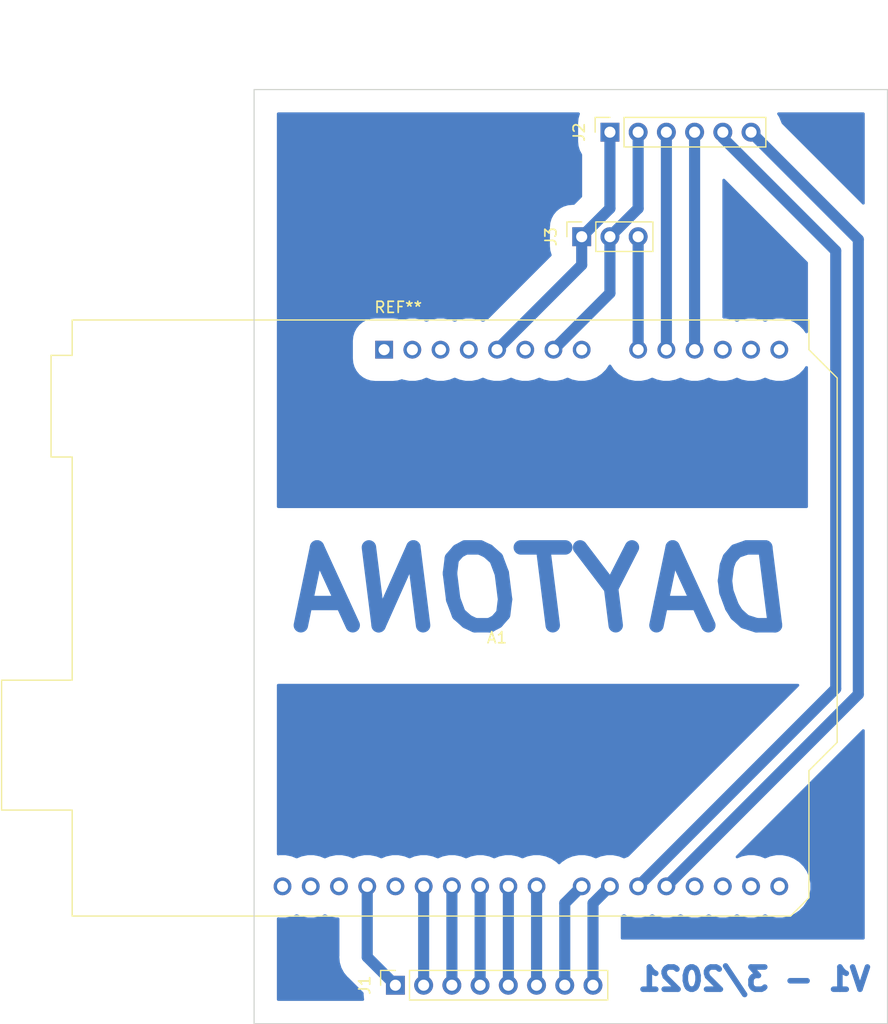
<source format=kicad_pcb>
(kicad_pcb (version 20171130) (host pcbnew "(5.1.7)-1")

  (general
    (thickness 1.6)
    (drawings 6)
    (tracks 34)
    (zones 0)
    (modules 4)
    (nets 33)
  )

  (page A4)
  (layers
    (0 F.Cu signal)
    (31 B.Cu signal)
    (32 B.Adhes user)
    (33 F.Adhes user)
    (34 B.Paste user)
    (35 F.Paste user)
    (36 B.SilkS user)
    (37 F.SilkS user)
    (38 B.Mask user)
    (39 F.Mask user)
    (40 Dwgs.User user)
    (41 Cmts.User user)
    (42 Eco1.User user)
    (43 Eco2.User user)
    (44 Edge.Cuts user)
    (45 Margin user)
    (46 B.CrtYd user)
    (47 F.CrtYd user)
    (48 B.Fab user)
    (49 F.Fab user)
  )

  (setup
    (last_trace_width 1)
    (trace_clearance 0.2)
    (zone_clearance 2)
    (zone_45_only no)
    (trace_min 0.2)
    (via_size 0.8)
    (via_drill 0.4)
    (via_min_size 0.4)
    (via_min_drill 0.3)
    (uvia_size 0.3)
    (uvia_drill 0.1)
    (uvias_allowed no)
    (uvia_min_size 0.2)
    (uvia_min_drill 0.1)
    (edge_width 0.05)
    (segment_width 0.2)
    (pcb_text_width 0.3)
    (pcb_text_size 1.5 1.5)
    (mod_edge_width 0.12)
    (mod_text_size 1 1)
    (mod_text_width 0.15)
    (pad_size 1.524 1.524)
    (pad_drill 0.762)
    (pad_to_mask_clearance 0)
    (aux_axis_origin 0 0)
    (visible_elements 7FFFFFFF)
    (pcbplotparams
      (layerselection 0x010fc_ffffffff)
      (usegerberextensions false)
      (usegerberattributes true)
      (usegerberadvancedattributes true)
      (creategerberjobfile true)
      (excludeedgelayer true)
      (linewidth 0.100000)
      (plotframeref false)
      (viasonmask false)
      (mode 1)
      (useauxorigin false)
      (hpglpennumber 1)
      (hpglpenspeed 20)
      (hpglpendiameter 15.000000)
      (psnegative false)
      (psa4output false)
      (plotreference true)
      (plotvalue true)
      (plotinvisibletext false)
      (padsonsilk false)
      (subtractmaskfromsilk false)
      (outputformat 1)
      (mirror false)
      (drillshape 1)
      (scaleselection 1)
      (outputdirectory ""))
  )

  (net 0 "")
  (net 1 "Net-(A1-Pad16)")
  (net 2 "Net-(A1-Pad15)")
  (net 3 "Net-(A1-Pad30)")
  (net 4 "Net-(A1-Pad14)")
  (net 5 "Net-(A1-Pad29)")
  (net 6 "Net-(A1-Pad13)")
  (net 7 "Net-(A1-Pad28)")
  (net 8 "Net-(A1-Pad12)")
  (net 9 "Net-(A1-Pad27)")
  (net 10 "Net-(A1-Pad11)")
  (net 11 "Net-(A1-Pad26)")
  (net 12 "Net-(A1-Pad10)")
  (net 13 "Net-(A1-Pad25)")
  (net 14 "Net-(A1-Pad9)")
  (net 15 "Net-(A1-Pad24)")
  (net 16 "Net-(A1-Pad8)")
  (net 17 "Net-(A1-Pad23)")
  (net 18 "Net-(A1-Pad7)")
  (net 19 "Net-(A1-Pad22)")
  (net 20 "Net-(A1-Pad6)")
  (net 21 "Net-(A1-Pad21)")
  (net 22 "Net-(A1-Pad5)")
  (net 23 "Net-(A1-Pad20)")
  (net 24 "Net-(A1-Pad4)")
  (net 25 "Net-(A1-Pad19)")
  (net 26 "Net-(A1-Pad3)")
  (net 27 "Net-(A1-Pad18)")
  (net 28 "Net-(A1-Pad2)")
  (net 29 "Net-(A1-Pad17)")
  (net 30 "Net-(A1-Pad1)")
  (net 31 "Net-(A1-Pad31)")
  (net 32 "Net-(A1-Pad32)")

  (net_class Default "This is the default net class."
    (clearance 0.2)
    (trace_width 1)
    (via_dia 0.8)
    (via_drill 0.4)
    (uvia_dia 0.3)
    (uvia_drill 0.1)
    (add_net "Net-(A1-Pad1)")
    (add_net "Net-(A1-Pad10)")
    (add_net "Net-(A1-Pad11)")
    (add_net "Net-(A1-Pad12)")
    (add_net "Net-(A1-Pad13)")
    (add_net "Net-(A1-Pad14)")
    (add_net "Net-(A1-Pad15)")
    (add_net "Net-(A1-Pad16)")
    (add_net "Net-(A1-Pad17)")
    (add_net "Net-(A1-Pad18)")
    (add_net "Net-(A1-Pad19)")
    (add_net "Net-(A1-Pad2)")
    (add_net "Net-(A1-Pad20)")
    (add_net "Net-(A1-Pad21)")
    (add_net "Net-(A1-Pad22)")
    (add_net "Net-(A1-Pad23)")
    (add_net "Net-(A1-Pad24)")
    (add_net "Net-(A1-Pad25)")
    (add_net "Net-(A1-Pad26)")
    (add_net "Net-(A1-Pad27)")
    (add_net "Net-(A1-Pad28)")
    (add_net "Net-(A1-Pad29)")
    (add_net "Net-(A1-Pad3)")
    (add_net "Net-(A1-Pad30)")
    (add_net "Net-(A1-Pad31)")
    (add_net "Net-(A1-Pad32)")
    (add_net "Net-(A1-Pad4)")
    (add_net "Net-(A1-Pad5)")
    (add_net "Net-(A1-Pad6)")
    (add_net "Net-(A1-Pad7)")
    (add_net "Net-(A1-Pad8)")
    (add_net "Net-(A1-Pad9)")
  )

  (module luqas11:Arduino_Leonardo_WithFemaleSockets (layer F.Cu) (tedit 5FF5FCEA) (tstamp 5FF672E5)
    (at 149.86 97.79)
    (path /5FF63410)
    (fp_text reference A1 (at 0 0.5) (layer F.SilkS)
      (effects (font (size 1 1) (thickness 0.15)))
    )
    (fp_text value Arduino_Leonardo (at 0 -0.5) (layer F.Fab)
      (effects (font (size 1 1) (thickness 0.15)))
    )
    (fp_line (start 26.42 25.4) (end -38.1 25.4) (layer F.Fab) (width 0.1))
    (fp_line (start 30.73 -22.86) (end 30.73 9.91) (layer F.CrtYd) (width 0.05))
    (fp_line (start 28.19 -25.4) (end 30.73 -22.86) (layer F.CrtYd) (width 0.05))
    (fp_line (start 28.19 -28.19) (end 28.19 -25.4) (layer F.CrtYd) (width 0.05))
    (fp_line (start 30.61 -22.86) (end 28.07 -25.4) (layer F.SilkS) (width 0.12))
    (fp_line (start 27.94 -25.4) (end 30.48 -22.86) (layer F.Fab) (width 0.1))
    (fp_line (start -38.1 25.4) (end -38.1 -27.94) (layer F.Fab) (width 0.1))
    (fp_line (start -40.13 -24.89) (end -40.13 -15.75) (layer F.SilkS) (width 0.12))
    (fp_line (start -44.7 16.13) (end -44.7 4.19) (layer F.CrtYd) (width 0.05))
    (fp_line (start -38.35 25.65) (end -38.35 16.13) (layer F.CrtYd) (width 0.05))
    (fp_line (start -40.26 -15.62) (end -40.26 -25.02) (layer F.CrtYd) (width 0.05))
    (fp_line (start -40.26 -25.02) (end -38.35 -25.02) (layer F.CrtYd) (width 0.05))
    (fp_line (start 27.94 -27.94) (end 27.94 -25.4) (layer F.Fab) (width 0.1))
    (fp_line (start -44.45 4.44) (end -28.57 4.44) (layer F.Fab) (width 0.1))
    (fp_line (start 28.07 -28.07) (end -38.23 -28.07) (layer F.SilkS) (width 0.12))
    (fp_line (start 30.48 9.91) (end 27.94 12.45) (layer F.Fab) (width 0.1))
    (fp_line (start -28.57 15.87) (end -44.45 15.87) (layer F.Fab) (width 0.1))
    (fp_line (start -44.7 4.19) (end -38.35 4.19) (layer F.CrtYd) (width 0.05))
    (fp_line (start 28.07 23.88) (end 28.07 12.45) (layer F.SilkS) (width 0.12))
    (fp_line (start -44.58 4.32) (end -44.58 16) (layer F.SilkS) (width 0.12))
    (fp_line (start 28.19 23.88) (end 26.42 25.65) (layer F.CrtYd) (width 0.05))
    (fp_line (start -28.57 4.44) (end -28.57 15.87) (layer F.Fab) (width 0.1))
    (fp_line (start 27.94 12.45) (end 27.94 23.88) (layer F.Fab) (width 0.1))
    (fp_line (start -38.23 16) (end -38.23 25.53) (layer F.SilkS) (width 0.12))
    (fp_line (start -26.67 -15.87) (end -40 -15.87) (layer F.Fab) (width 0.1))
    (fp_line (start -40.13 -15.75) (end -38.23 -15.75) (layer F.SilkS) (width 0.12))
    (fp_line (start -38.35 4.19) (end -38.35 -15.62) (layer F.CrtYd) (width 0.05))
    (fp_line (start -44.58 16) (end -38.23 16) (layer F.SilkS) (width 0.12))
    (fp_line (start 28.19 12.45) (end 28.19 23.88) (layer F.CrtYd) (width 0.05))
    (fp_line (start 30.48 -22.86) (end 30.48 9.91) (layer F.Fab) (width 0.1))
    (fp_line (start 26.42 25.53) (end 28.07 23.88) (layer F.SilkS) (width 0.12))
    (fp_line (start 28.07 12.45) (end 30.61 9.91) (layer F.SilkS) (width 0.12))
    (fp_line (start -38.23 25.53) (end 26.42 25.53) (layer F.SilkS) (width 0.12))
    (fp_line (start -40 -24.76) (end -26.67 -24.76) (layer F.Fab) (width 0.1))
    (fp_line (start 27.94 23.88) (end 26.42 25.4) (layer F.Fab) (width 0.1))
    (fp_line (start -40 -15.87) (end -40 -24.76) (layer F.Fab) (width 0.1))
    (fp_line (start -26.67 -24.76) (end -26.67 -15.87) (layer F.Fab) (width 0.1))
    (fp_line (start -38.23 -24.89) (end -40.13 -24.89) (layer F.SilkS) (width 0.12))
    (fp_line (start 30.61 9.91) (end 30.61 -22.86) (layer F.SilkS) (width 0.12))
    (fp_line (start -38.35 -28.19) (end 28.19 -28.19) (layer F.CrtYd) (width 0.05))
    (fp_line (start -38.35 -25.02) (end -38.35 -28.19) (layer F.CrtYd) (width 0.05))
    (fp_line (start 30.73 9.91) (end 28.19 12.45) (layer F.CrtYd) (width 0.05))
    (fp_line (start -38.23 4.32) (end -44.58 4.32) (layer F.SilkS) (width 0.12))
    (fp_line (start -38.23 -15.75) (end -38.23 4.32) (layer F.SilkS) (width 0.12))
    (fp_line (start 28.07 -25.4) (end 28.07 -28.07) (layer F.SilkS) (width 0.12))
    (fp_line (start -38.35 -15.62) (end -40.26 -15.62) (layer F.CrtYd) (width 0.05))
    (fp_line (start -44.45 15.87) (end -44.45 4.44) (layer F.Fab) (width 0.1))
    (fp_line (start -38.35 16.13) (end -44.7 16.13) (layer F.CrtYd) (width 0.05))
    (fp_line (start -38.23 -28.07) (end -38.23 -24.89) (layer F.SilkS) (width 0.12))
    (fp_line (start -38.1 -27.94) (end 27.94 -27.94) (layer F.Fab) (width 0.1))
    (fp_line (start 26.42 25.65) (end -38.35 25.65) (layer F.CrtYd) (width 0.05))
    (fp_text user REF** (at -8.89 -29.21 180) (layer F.SilkS)
      (effects (font (size 1 1) (thickness 0.15)))
    )
    (fp_text user Arduino_UNO_R3 (at -10.16 -2.54) (layer F.Fab)
      (effects (font (size 1 1) (thickness 0.15)))
    )
    (fp_text user %R (at -10.16 -5.08 180) (layer F.Fab)
      (effects (font (size 1 1) (thickness 0.15)))
    )
    (pad 11 thru_hole oval (at 17.78 -25.4 90) (size 1.6 1.6) (drill 1) (layers *.Cu *.Mask)
      (net 10 "Net-(A1-Pad11)"))
    (pad 12 thru_hole oval (at 20.32 -25.4 90) (size 1.6 1.6) (drill 1) (layers *.Cu *.Mask)
      (net 8 "Net-(A1-Pad12)"))
    (pad 30 thru_hole oval (at -14.22 22.86 90) (size 1.6 1.6) (drill 1) (layers *.Cu *.Mask)
      (net 3 "Net-(A1-Pad30)"))
    (pad 6 thru_hole oval (at 2.54 -25.4 90) (size 1.6 1.6) (drill 1) (layers *.Cu *.Mask)
      (net 20 "Net-(A1-Pad6)"))
    (pad 16 thru_hole oval (at 22.86 22.86 90) (size 1.6 1.6) (drill 1) (layers *.Cu *.Mask)
      (net 1 "Net-(A1-Pad16)"))
    (pad 26 thru_hole oval (at -4.06 22.86 90) (size 1.6 1.6) (drill 1) (layers *.Cu *.Mask)
      (net 11 "Net-(A1-Pad26)"))
    (pad 19 thru_hole oval (at 15.24 22.86 90) (size 1.6 1.6) (drill 1) (layers *.Cu *.Mask)
      (net 25 "Net-(A1-Pad19)"))
    (pad 27 thru_hole oval (at -6.6 22.86 90) (size 1.6 1.6) (drill 1) (layers *.Cu *.Mask)
      (net 9 "Net-(A1-Pad27)"))
    (pad 8 thru_hole oval (at 7.62 -25.4 90) (size 1.6 1.6) (drill 1) (layers *.Cu *.Mask)
      (net 16 "Net-(A1-Pad8)"))
    (pad 5 thru_hole oval (at 0 -25.4 90) (size 1.6 1.6) (drill 1) (layers *.Cu *.Mask)
      (net 22 "Net-(A1-Pad5)"))
    (pad 24 thru_hole oval (at 1.02 22.86 90) (size 1.6 1.6) (drill 1) (layers *.Cu *.Mask)
      (net 15 "Net-(A1-Pad24)"))
    (pad 10 thru_hole oval (at 15.24 -25.4 90) (size 1.6 1.6) (drill 1) (layers *.Cu *.Mask)
      (net 12 "Net-(A1-Pad10)"))
    (pad 28 thru_hole oval (at -9.14 22.86 90) (size 1.6 1.6) (drill 1) (layers *.Cu *.Mask)
      (net 7 "Net-(A1-Pad28)"))
    (pad 17 thru_hole oval (at 20.32 22.86 90) (size 1.6 1.6) (drill 1) (layers *.Cu *.Mask)
      (net 29 "Net-(A1-Pad17)"))
    (pad 13 thru_hole oval (at 22.86 -25.4 90) (size 1.6 1.6) (drill 1) (layers *.Cu *.Mask)
      (net 6 "Net-(A1-Pad13)"))
    (pad 25 thru_hole oval (at -1.52 22.86 90) (size 1.6 1.6) (drill 1) (layers *.Cu *.Mask)
      (net 13 "Net-(A1-Pad25)"))
    (pad 3 thru_hole oval (at -5.08 -25.4 90) (size 1.6 1.6) (drill 1) (layers *.Cu *.Mask)
      (net 26 "Net-(A1-Pad3)"))
    (pad 4 thru_hole oval (at -2.54 -25.4 90) (size 1.6 1.6) (drill 1) (layers *.Cu *.Mask)
      (net 24 "Net-(A1-Pad4)"))
    (pad 29 thru_hole oval (at -11.68 22.86 90) (size 1.6 1.6) (drill 1) (layers *.Cu *.Mask)
      (net 5 "Net-(A1-Pad29)"))
    (pad 14 thru_hole oval (at 25.4 -25.4 90) (size 1.6 1.6) (drill 1) (layers *.Cu *.Mask)
      (net 4 "Net-(A1-Pad14)"))
    (pad 15 thru_hole oval (at 25.4 22.86 90) (size 1.6 1.6) (drill 1) (layers *.Cu *.Mask)
      (net 2 "Net-(A1-Pad15)"))
    (pad 31 thru_hole oval (at -16.76 22.86 90) (size 1.6 1.6) (drill 1) (layers *.Cu *.Mask)
      (net 31 "Net-(A1-Pad31)"))
    (pad 1 thru_hole rect (at -10.16 -25.4 90) (size 1.6 1.6) (drill 1) (layers *.Cu *.Mask)
      (net 30 "Net-(A1-Pad1)"))
    (pad 2 thru_hole oval (at -7.62 -25.4 90) (size 1.6 1.6) (drill 1) (layers *.Cu *.Mask)
      (net 28 "Net-(A1-Pad2)"))
    (pad 18 thru_hole oval (at 17.78 22.86 90) (size 1.6 1.6) (drill 1) (layers *.Cu *.Mask)
      (net 27 "Net-(A1-Pad18)"))
    (pad 21 thru_hole oval (at 10.16 22.86 90) (size 1.6 1.6) (drill 1) (layers *.Cu *.Mask)
      (net 21 "Net-(A1-Pad21)"))
    (pad 22 thru_hole oval (at 7.62 22.86 90) (size 1.6 1.6) (drill 1) (layers *.Cu *.Mask)
      (net 19 "Net-(A1-Pad22)"))
    (pad 7 thru_hole oval (at 5.08 -25.4 90) (size 1.6 1.6) (drill 1) (layers *.Cu *.Mask)
      (net 18 "Net-(A1-Pad7)"))
    (pad 23 thru_hole oval (at 3.56 22.86 90) (size 1.6 1.6) (drill 1) (layers *.Cu *.Mask)
      (net 17 "Net-(A1-Pad23)"))
    (pad 9 thru_hole oval (at 12.7 -25.4 90) (size 1.6 1.6) (drill 1) (layers *.Cu *.Mask)
      (net 14 "Net-(A1-Pad9)"))
    (pad 32 thru_hole oval (at -19.3 22.86 90) (size 1.6 1.6) (drill 1) (layers *.Cu *.Mask)
      (net 32 "Net-(A1-Pad32)"))
    (pad 20 thru_hole oval (at 12.7 22.86 90) (size 1.6 1.6) (drill 1) (layers *.Cu *.Mask)
      (net 23 "Net-(A1-Pad20)"))
    (model ${KISYS3DMOD}/Connector_PinHeader_2.54mm.3dshapes/PinHeader_1x10_P2.54mm_Vertical.step
      (offset (xyz 3.5 -23 0))
      (scale (xyz 1 1 1))
      (rotate (xyz 0 0 90))
    )
    (model ${KISYS3DMOD}/Connector_PinHeader_2.54mm.3dshapes/PinHeader_1x08_P2.54mm_Vertical.step
      (offset (xyz 25.5 -23 0))
      (scale (xyz 1 1 1))
      (rotate (xyz 0 0 90))
    )
    (model ${KISYS3DMOD}/Connector_PinHeader_2.54mm.3dshapes/PinHeader_1x08_P2.54mm_Vertical.step
      (offset (xyz 7.5 25.5 0))
      (scale (xyz 1 1 1))
      (rotate (xyz 0 0 90))
    )
    (model ${KISYS3DMOD}/Connector_PinHeader_2.54mm.3dshapes/PinHeader_1x06_P2.54mm_Vertical.step
      (offset (xyz 25.5 25.5 0))
      (scale (xyz 1 1 1))
      (rotate (xyz 0 0 90))
    )
  )

  (module Connector_PinSocket_2.54mm:PinSocket_1x06_P2.54mm_Vertical (layer F.Cu) (tedit 5A19A430) (tstamp 5FF90A58)
    (at 160.02 52.832 90)
    (descr "Through hole straight socket strip, 1x06, 2.54mm pitch, single row (from Kicad 4.0.7), script generated")
    (tags "Through hole socket strip THT 1x06 2.54mm single row")
    (path /5FF600FF)
    (fp_text reference J2 (at 0 -2.77 90) (layer F.SilkS)
      (effects (font (size 1 1) (thickness 0.15)))
    )
    (fp_text value Pedales+Velocimetro+Monedas (at 0 15.47 90) (layer F.Fab)
      (effects (font (size 1 1) (thickness 0.15)))
    )
    (fp_line (start -1.27 -1.27) (end 0.635 -1.27) (layer F.Fab) (width 0.1))
    (fp_line (start 0.635 -1.27) (end 1.27 -0.635) (layer F.Fab) (width 0.1))
    (fp_line (start 1.27 -0.635) (end 1.27 13.97) (layer F.Fab) (width 0.1))
    (fp_line (start 1.27 13.97) (end -1.27 13.97) (layer F.Fab) (width 0.1))
    (fp_line (start -1.27 13.97) (end -1.27 -1.27) (layer F.Fab) (width 0.1))
    (fp_line (start -1.33 1.27) (end 1.33 1.27) (layer F.SilkS) (width 0.12))
    (fp_line (start -1.33 1.27) (end -1.33 14.03) (layer F.SilkS) (width 0.12))
    (fp_line (start -1.33 14.03) (end 1.33 14.03) (layer F.SilkS) (width 0.12))
    (fp_line (start 1.33 1.27) (end 1.33 14.03) (layer F.SilkS) (width 0.12))
    (fp_line (start 1.33 -1.33) (end 1.33 0) (layer F.SilkS) (width 0.12))
    (fp_line (start 0 -1.33) (end 1.33 -1.33) (layer F.SilkS) (width 0.12))
    (fp_line (start -1.8 -1.8) (end 1.75 -1.8) (layer F.CrtYd) (width 0.05))
    (fp_line (start 1.75 -1.8) (end 1.75 14.45) (layer F.CrtYd) (width 0.05))
    (fp_line (start 1.75 14.45) (end -1.8 14.45) (layer F.CrtYd) (width 0.05))
    (fp_line (start -1.8 14.45) (end -1.8 -1.8) (layer F.CrtYd) (width 0.05))
    (fp_text user %R (at 0 6.35) (layer F.Fab)
      (effects (font (size 1 1) (thickness 0.15)))
    )
    (pad 6 thru_hole oval (at 0 12.7 90) (size 1.7 1.7) (drill 1) (layers *.Cu *.Mask)
      (net 25 "Net-(A1-Pad19)"))
    (pad 5 thru_hole oval (at 0 10.16 90) (size 1.7 1.7) (drill 1) (layers *.Cu *.Mask)
      (net 23 "Net-(A1-Pad20)"))
    (pad 4 thru_hole oval (at 0 7.62 90) (size 1.7 1.7) (drill 1) (layers *.Cu *.Mask)
      (net 10 "Net-(A1-Pad11)"))
    (pad 3 thru_hole oval (at 0 5.08 90) (size 1.7 1.7) (drill 1) (layers *.Cu *.Mask)
      (net 12 "Net-(A1-Pad10)"))
    (pad 2 thru_hole oval (at 0 2.54 90) (size 1.7 1.7) (drill 1) (layers *.Cu *.Mask)
      (net 18 "Net-(A1-Pad7)"))
    (pad 1 thru_hole rect (at 0 0 90) (size 1.7 1.7) (drill 1) (layers *.Cu *.Mask)
      (net 22 "Net-(A1-Pad5)"))
    (model ${KISYS3DMOD}/Connector_PinSocket_2.54mm.3dshapes/PinSocket_1x06_P2.54mm_Vertical.wrl
      (at (xyz 0 0 0))
      (scale (xyz 1 1 1))
      (rotate (xyz 0 0 0))
    )
  )

  (module Connector_PinSocket_2.54mm:PinSocket_1x08_P2.54mm_Vertical (layer F.Cu) (tedit 5A19A420) (tstamp 5FF90A3E)
    (at 140.716 129.54 90)
    (descr "Through hole straight socket strip, 1x08, 2.54mm pitch, single row (from Kicad 4.0.7), script generated")
    (tags "Through hole socket strip THT 1x08 2.54mm single row")
    (path /5FF5F938)
    (fp_text reference J1 (at 0 -2.77 90) (layer F.SilkS)
      (effects (font (size 1 1) (thickness 0.15)))
    )
    (fp_text value Botones (at 0 20.55 90) (layer F.Fab)
      (effects (font (size 1 1) (thickness 0.15)))
    )
    (fp_line (start -1.27 -1.27) (end 0.635 -1.27) (layer F.Fab) (width 0.1))
    (fp_line (start 0.635 -1.27) (end 1.27 -0.635) (layer F.Fab) (width 0.1))
    (fp_line (start 1.27 -0.635) (end 1.27 19.05) (layer F.Fab) (width 0.1))
    (fp_line (start 1.27 19.05) (end -1.27 19.05) (layer F.Fab) (width 0.1))
    (fp_line (start -1.27 19.05) (end -1.27 -1.27) (layer F.Fab) (width 0.1))
    (fp_line (start -1.33 1.27) (end 1.33 1.27) (layer F.SilkS) (width 0.12))
    (fp_line (start -1.33 1.27) (end -1.33 19.11) (layer F.SilkS) (width 0.12))
    (fp_line (start -1.33 19.11) (end 1.33 19.11) (layer F.SilkS) (width 0.12))
    (fp_line (start 1.33 1.27) (end 1.33 19.11) (layer F.SilkS) (width 0.12))
    (fp_line (start 1.33 -1.33) (end 1.33 0) (layer F.SilkS) (width 0.12))
    (fp_line (start 0 -1.33) (end 1.33 -1.33) (layer F.SilkS) (width 0.12))
    (fp_line (start -1.8 -1.8) (end 1.75 -1.8) (layer F.CrtYd) (width 0.05))
    (fp_line (start 1.75 -1.8) (end 1.75 19.55) (layer F.CrtYd) (width 0.05))
    (fp_line (start 1.75 19.55) (end -1.8 19.55) (layer F.CrtYd) (width 0.05))
    (fp_line (start -1.8 19.55) (end -1.8 -1.8) (layer F.CrtYd) (width 0.05))
    (fp_text user %R (at 0 8.89) (layer F.Fab)
      (effects (font (size 1 1) (thickness 0.15)))
    )
    (pad 8 thru_hole oval (at 0 17.78 90) (size 1.7 1.7) (drill 1) (layers *.Cu *.Mask)
      (net 21 "Net-(A1-Pad21)"))
    (pad 7 thru_hole oval (at 0 15.24 90) (size 1.7 1.7) (drill 1) (layers *.Cu *.Mask)
      (net 19 "Net-(A1-Pad22)"))
    (pad 6 thru_hole oval (at 0 12.7 90) (size 1.7 1.7) (drill 1) (layers *.Cu *.Mask)
      (net 17 "Net-(A1-Pad23)"))
    (pad 5 thru_hole oval (at 0 10.16 90) (size 1.7 1.7) (drill 1) (layers *.Cu *.Mask)
      (net 15 "Net-(A1-Pad24)"))
    (pad 4 thru_hole oval (at 0 7.62 90) (size 1.7 1.7) (drill 1) (layers *.Cu *.Mask)
      (net 13 "Net-(A1-Pad25)"))
    (pad 3 thru_hole oval (at 0 5.08 90) (size 1.7 1.7) (drill 1) (layers *.Cu *.Mask)
      (net 11 "Net-(A1-Pad26)"))
    (pad 2 thru_hole oval (at 0 2.54 90) (size 1.7 1.7) (drill 1) (layers *.Cu *.Mask)
      (net 9 "Net-(A1-Pad27)"))
    (pad 1 thru_hole rect (at 0 0 90) (size 1.7 1.7) (drill 1) (layers *.Cu *.Mask)
      (net 5 "Net-(A1-Pad29)"))
    (model ${KISYS3DMOD}/Connector_PinSocket_2.54mm.3dshapes/PinSocket_1x08_P2.54mm_Vertical.wrl
      (at (xyz 0 0 0))
      (scale (xyz 1 1 1))
      (rotate (xyz 0 0 0))
    )
  )

  (module Connector_PinSocket_2.54mm:PinSocket_1x03_P2.54mm_Vertical (layer F.Cu) (tedit 5A19A429) (tstamp 5FF61D9B)
    (at 157.48 62.23 90)
    (descr "Through hole straight socket strip, 1x03, 2.54mm pitch, single row (from Kicad 4.0.7), script generated")
    (tags "Through hole socket strip THT 1x03 2.54mm single row")
    (path /5FF60E39)
    (fp_text reference J3 (at 0 -2.77 90) (layer F.SilkS)
      (effects (font (size 1 1) (thickness 0.15)))
    )
    (fp_text value Volante (at 0 7.85 90) (layer F.Fab)
      (effects (font (size 1 1) (thickness 0.15)))
    )
    (fp_line (start -1.27 -1.27) (end 0.635 -1.27) (layer F.Fab) (width 0.1))
    (fp_line (start 0.635 -1.27) (end 1.27 -0.635) (layer F.Fab) (width 0.1))
    (fp_line (start 1.27 -0.635) (end 1.27 6.35) (layer F.Fab) (width 0.1))
    (fp_line (start 1.27 6.35) (end -1.27 6.35) (layer F.Fab) (width 0.1))
    (fp_line (start -1.27 6.35) (end -1.27 -1.27) (layer F.Fab) (width 0.1))
    (fp_line (start -1.33 1.27) (end 1.33 1.27) (layer F.SilkS) (width 0.12))
    (fp_line (start -1.33 1.27) (end -1.33 6.41) (layer F.SilkS) (width 0.12))
    (fp_line (start -1.33 6.41) (end 1.33 6.41) (layer F.SilkS) (width 0.12))
    (fp_line (start 1.33 1.27) (end 1.33 6.41) (layer F.SilkS) (width 0.12))
    (fp_line (start 1.33 -1.33) (end 1.33 0) (layer F.SilkS) (width 0.12))
    (fp_line (start 0 -1.33) (end 1.33 -1.33) (layer F.SilkS) (width 0.12))
    (fp_line (start -1.8 -1.8) (end 1.75 -1.8) (layer F.CrtYd) (width 0.05))
    (fp_line (start 1.75 -1.8) (end 1.75 6.85) (layer F.CrtYd) (width 0.05))
    (fp_line (start 1.75 6.85) (end -1.8 6.85) (layer F.CrtYd) (width 0.05))
    (fp_line (start -1.8 6.85) (end -1.8 -1.8) (layer F.CrtYd) (width 0.05))
    (fp_text user %R (at 0 2.54) (layer F.Fab)
      (effects (font (size 1 1) (thickness 0.15)))
    )
    (pad 3 thru_hole oval (at 0 5.08 90) (size 1.7 1.7) (drill 1) (layers *.Cu *.Mask)
      (net 14 "Net-(A1-Pad9)"))
    (pad 2 thru_hole oval (at 0 2.54 90) (size 1.7 1.7) (drill 1) (layers *.Cu *.Mask)
      (net 18 "Net-(A1-Pad7)"))
    (pad 1 thru_hole rect (at 0 0 90) (size 1.7 1.7) (drill 1) (layers *.Cu *.Mask)
      (net 22 "Net-(A1-Pad5)"))
    (model ${KISYS3DMOD}/Connector_PinSocket_2.54mm.3dshapes/PinSocket_1x03_P2.54mm_Vertical.wrl
      (at (xyz 0 0 0))
      (scale (xyz 1 1 1))
      (rotate (xyz 0 0 0))
    )
  )

  (gr_text "V1 - 3/2021" (at 173 129) (layer B.Cu)
    (effects (font (size 2 2) (thickness 0.5)) (justify mirror))
  )
  (gr_text DAYTONA (at 154 94) (layer B.Cu)
    (effects (font (size 7 7) (thickness 1.3) italic) (justify mirror))
  )
  (gr_line (start 185 49) (end 185 133) (layer Edge.Cuts) (width 0.1))
  (gr_line (start 128 49) (end 185 49) (layer Edge.Cuts) (width 0.1))
  (gr_line (start 128 133) (end 128 49) (layer Edge.Cuts) (width 0.1))
  (gr_line (start 185 133) (end 128 133) (layer Edge.Cuts) (width 0.1))

  (segment (start 138.18 127.004) (end 140.716 129.54) (width 1) (layer B.Cu) (net 5))
  (segment (start 138.18 120.65) (end 138.18 127.004) (width 1) (layer B.Cu) (net 5))
  (segment (start 143.26 129.536) (end 143.256 129.54) (width 1) (layer B.Cu) (net 9))
  (segment (start 143.26 120.65) (end 143.26 129.536) (width 1) (layer B.Cu) (net 9))
  (segment (start 167.64 53.34) (end 167.64 72.39) (width 1) (layer B.Cu) (net 10))
  (segment (start 145.8 129.536) (end 145.796 129.54) (width 1) (layer B.Cu) (net 11))
  (segment (start 145.8 120.65) (end 145.8 129.536) (width 1) (layer B.Cu) (net 11))
  (segment (start 165.1 53.34) (end 165.1 72.39) (width 1) (layer B.Cu) (net 12))
  (segment (start 148.34 129.536) (end 148.336 129.54) (width 1) (layer B.Cu) (net 13))
  (segment (start 148.34 120.65) (end 148.34 129.536) (width 1) (layer B.Cu) (net 13))
  (segment (start 162.56 62.23) (end 162.56 72.39) (width 1) (layer B.Cu) (net 14))
  (segment (start 150.88 129.536) (end 150.876 129.54) (width 1) (layer B.Cu) (net 15))
  (segment (start 150.88 120.65) (end 150.88 129.536) (width 1) (layer B.Cu) (net 15))
  (segment (start 153.42 129.536) (end 153.416 129.54) (width 1) (layer B.Cu) (net 17))
  (segment (start 153.42 120.65) (end 153.42 129.536) (width 1) (layer B.Cu) (net 17))
  (segment (start 162.56 59.69) (end 160.02 62.23) (width 1) (layer B.Cu) (net 18))
  (segment (start 162.56 53.34) (end 162.56 59.69) (width 1) (layer B.Cu) (net 18))
  (segment (start 160.02 67.31) (end 154.94 72.39) (width 1) (layer B.Cu) (net 18))
  (segment (start 160.02 62.23) (end 160.02 67.31) (width 1) (layer B.Cu) (net 18))
  (segment (start 157.48 120.65) (end 155.956 122.174) (width 1) (layer B.Cu) (net 19))
  (segment (start 155.956 122.174) (end 155.956 129.54) (width 1) (layer B.Cu) (net 19))
  (segment (start 160.02 120.65) (end 158.496 122.174) (width 1) (layer B.Cu) (net 21))
  (segment (start 158.496 122.174) (end 158.496 129.54) (width 1) (layer B.Cu) (net 21))
  (segment (start 160.02 59.69) (end 157.48 62.23) (width 1) (layer B.Cu) (net 22))
  (segment (start 160.02 53.34) (end 160.02 59.69) (width 1) (layer B.Cu) (net 22))
  (segment (start 157.48 64.77) (end 149.86 72.39) (width 1) (layer B.Cu) (net 22))
  (segment (start 157.48 62.23) (end 157.48 64.77) (width 1) (layer B.Cu) (net 22))
  (segment (start 150.179998 72.39) (end 149.86 72.39) (width 1) (layer B.Cu) (net 22))
  (segment (start 180.34 102.87) (end 162.56 120.65) (width 1) (layer B.Cu) (net 23))
  (segment (start 180.34 63.5) (end 180.34 102.87) (width 1) (layer B.Cu) (net 23))
  (segment (start 170.18 53.34) (end 180.34 63.5) (width 1) (layer B.Cu) (net 23))
  (segment (start 182.372 103.378) (end 165.1 120.65) (width 1) (layer B.Cu) (net 25))
  (segment (start 182.372 62.484) (end 182.372 103.378) (width 1) (layer B.Cu) (net 25))
  (segment (start 172.72 52.832) (end 182.372 62.484) (width 1) (layer B.Cu) (net 25))

  (zone (net 0) (net_name "") (layer B.Cu) (tstamp 0) (hatch edge 0.508)
    (connect_pads (clearance 2))
    (min_thickness 0.254)
    (fill yes (arc_segments 32) (thermal_gap 0.508) (thermal_bridge_width 0.508))
    (polygon
      (pts
        (xy 185 133) (xy 128 133) (xy 128 49) (xy 185 49)
      )
    )
    (filled_polygon
      (pts
        (xy 134.786225 123.464518) (xy 135.351716 123.577) (xy 135.553 123.577) (xy 135.553001 126.874945) (xy 135.54029 127.004)
        (xy 135.573498 127.341161) (xy 135.591012 127.518982) (xy 135.741227 128.014173) (xy 135.985162 128.470544) (xy 136.313444 128.870557)
        (xy 136.413682 128.952821) (xy 137.728709 130.267848) (xy 137.728709 130.39) (xy 137.769776 130.806965) (xy 137.77464 130.823)
        (xy 130.177 130.823) (xy 130.177 123.55816) (xy 130.271716 123.577) (xy 130.848284 123.577) (xy 131.413775 123.464518)
        (xy 131.83 123.292111) (xy 132.246225 123.464518) (xy 132.811716 123.577) (xy 133.388284 123.577) (xy 133.953775 123.464518)
        (xy 134.37 123.292111)
      )
    )
    (filled_polygon
      (pts
        (xy 182.823001 125.308) (xy 161.123 125.308) (xy 161.123 123.361285) (xy 161.29 123.292111) (xy 161.706225 123.464518)
        (xy 162.271716 123.577) (xy 162.848284 123.577) (xy 163.413775 123.464518) (xy 163.83 123.292111) (xy 164.246225 123.464518)
        (xy 164.811716 123.577) (xy 165.388284 123.577) (xy 165.953775 123.464518) (xy 166.37 123.292111) (xy 166.786225 123.464518)
        (xy 167.351716 123.577) (xy 167.928284 123.577) (xy 168.493775 123.464518) (xy 168.91 123.292111) (xy 169.326225 123.464518)
        (xy 169.891716 123.577) (xy 170.468284 123.577) (xy 171.033775 123.464518) (xy 171.45 123.292111) (xy 171.866225 123.464518)
        (xy 172.431716 123.577) (xy 173.008284 123.577) (xy 173.573775 123.464518) (xy 173.99 123.292111) (xy 174.406225 123.464518)
        (xy 174.971716 123.577) (xy 175.548284 123.577) (xy 176.113775 123.464518) (xy 176.646455 123.243874) (xy 177.125854 122.92355)
        (xy 177.53355 122.515854) (xy 177.853874 122.036455) (xy 178.074518 121.503775) (xy 178.187 120.938284) (xy 178.187 120.361716)
        (xy 178.074518 119.796225) (xy 177.853874 119.263545) (xy 177.53355 118.784146) (xy 177.125854 118.37645) (xy 176.646455 118.056126)
        (xy 176.113775 117.835482) (xy 175.548284 117.723) (xy 174.971716 117.723) (xy 174.406225 117.835482) (xy 173.99 118.007889)
        (xy 173.573775 117.835482) (xy 173.008284 117.723) (xy 172.431716 117.723) (xy 171.866225 117.835482) (xy 171.462376 118.002762)
        (xy 182.823001 106.642138)
      )
    )
    (filled_polygon
      (pts
        (xy 161.626255 117.868607) (xy 161.29 118.007889) (xy 160.873775 117.835482) (xy 160.308284 117.723) (xy 159.731716 117.723)
        (xy 159.166225 117.835482) (xy 158.75 118.007889) (xy 158.333775 117.835482) (xy 157.768284 117.723) (xy 157.191716 117.723)
        (xy 156.626225 117.835482) (xy 156.093545 118.056126) (xy 155.614146 118.37645) (xy 155.45 118.540596) (xy 155.285854 118.37645)
        (xy 154.806455 118.056126) (xy 154.273775 117.835482) (xy 153.708284 117.723) (xy 153.131716 117.723) (xy 152.566225 117.835482)
        (xy 152.15 118.007889) (xy 151.733775 117.835482) (xy 151.168284 117.723) (xy 150.591716 117.723) (xy 150.026225 117.835482)
        (xy 149.61 118.007889) (xy 149.193775 117.835482) (xy 148.628284 117.723) (xy 148.051716 117.723) (xy 147.486225 117.835482)
        (xy 147.07 118.007889) (xy 146.653775 117.835482) (xy 146.088284 117.723) (xy 145.511716 117.723) (xy 144.946225 117.835482)
        (xy 144.53 118.007889) (xy 144.113775 117.835482) (xy 143.548284 117.723) (xy 142.971716 117.723) (xy 142.406225 117.835482)
        (xy 141.99 118.007889) (xy 141.573775 117.835482) (xy 141.008284 117.723) (xy 140.431716 117.723) (xy 139.866225 117.835482)
        (xy 139.45 118.007889) (xy 139.033775 117.835482) (xy 138.468284 117.723) (xy 137.891716 117.723) (xy 137.326225 117.835482)
        (xy 136.91 118.007889) (xy 136.493775 117.835482) (xy 135.928284 117.723) (xy 135.351716 117.723) (xy 134.786225 117.835482)
        (xy 134.37 118.007889) (xy 133.953775 117.835482) (xy 133.388284 117.723) (xy 132.811716 117.723) (xy 132.246225 117.835482)
        (xy 131.83 118.007889) (xy 131.413775 117.835482) (xy 130.848284 117.723) (xy 130.271716 117.723) (xy 130.177 117.74184)
        (xy 130.177 102.562) (xy 176.932861 102.562)
      )
    )
    (filled_polygon
      (pts
        (xy 157.073776 51.565035) (xy 157.032709 51.982) (xy 157.032709 53.682) (xy 157.073776 54.098965) (xy 157.195401 54.499906)
        (xy 157.392907 54.869415) (xy 157.393 54.869529) (xy 157.393001 58.601861) (xy 156.752153 59.242709) (xy 156.63 59.242709)
        (xy 156.213035 59.283776) (xy 155.812094 59.405401) (xy 155.442585 59.602907) (xy 155.118707 59.868707) (xy 154.852907 60.192585)
        (xy 154.655401 60.562094) (xy 154.533776 60.963035) (xy 154.492709 61.38) (xy 154.492709 63.08) (xy 154.533776 63.496965)
        (xy 154.651108 63.883753) (xy 148.926255 69.608607) (xy 148.59 69.747889) (xy 148.173775 69.575482) (xy 147.608284 69.463)
        (xy 147.031716 69.463) (xy 146.466225 69.575482) (xy 146.05 69.747889) (xy 145.633775 69.575482) (xy 145.068284 69.463)
        (xy 144.491716 69.463) (xy 143.926225 69.575482) (xy 143.51 69.747889) (xy 143.093775 69.575482) (xy 142.528284 69.463)
        (xy 141.951716 69.463) (xy 141.386225 69.575482) (xy 141.301712 69.610489) (xy 140.916965 69.493776) (xy 140.5 69.452709)
        (xy 138.9 69.452709) (xy 138.483035 69.493776) (xy 138.082094 69.615401) (xy 137.712585 69.812907) (xy 137.388707 70.078707)
        (xy 137.122907 70.402585) (xy 136.925401 70.772094) (xy 136.803776 71.173035) (xy 136.762709 71.59) (xy 136.762709 73.19)
        (xy 136.803776 73.606965) (xy 136.925401 74.007906) (xy 137.122907 74.377415) (xy 137.388707 74.701293) (xy 137.712585 74.967093)
        (xy 138.082094 75.164599) (xy 138.483035 75.286224) (xy 138.9 75.327291) (xy 140.5 75.327291) (xy 140.916965 75.286224)
        (xy 141.301712 75.169511) (xy 141.386225 75.204518) (xy 141.951716 75.317) (xy 142.528284 75.317) (xy 143.093775 75.204518)
        (xy 143.51 75.032111) (xy 143.926225 75.204518) (xy 144.491716 75.317) (xy 145.068284 75.317) (xy 145.633775 75.204518)
        (xy 146.05 75.032111) (xy 146.466225 75.204518) (xy 147.031716 75.317) (xy 147.608284 75.317) (xy 148.173775 75.204518)
        (xy 148.59 75.032111) (xy 149.006225 75.204518) (xy 149.571716 75.317) (xy 150.148284 75.317) (xy 150.713775 75.204518)
        (xy 151.13 75.032111) (xy 151.546225 75.204518) (xy 152.111716 75.317) (xy 152.688284 75.317) (xy 153.253775 75.204518)
        (xy 153.67 75.032111) (xy 154.086225 75.204518) (xy 154.651716 75.317) (xy 155.228284 75.317) (xy 155.793775 75.204518)
        (xy 156.21 75.032111) (xy 156.626225 75.204518) (xy 157.191716 75.317) (xy 157.768284 75.317) (xy 158.333775 75.204518)
        (xy 158.866455 74.983874) (xy 159.345854 74.66355) (xy 159.75355 74.255854) (xy 160.02 73.857083) (xy 160.28645 74.255854)
        (xy 160.694146 74.66355) (xy 161.173545 74.983874) (xy 161.706225 75.204518) (xy 162.271716 75.317) (xy 162.848284 75.317)
        (xy 163.413775 75.204518) (xy 163.83 75.032111) (xy 164.246225 75.204518) (xy 164.811716 75.317) (xy 165.388284 75.317)
        (xy 165.953775 75.204518) (xy 166.37 75.032111) (xy 166.786225 75.204518) (xy 167.351716 75.317) (xy 167.928284 75.317)
        (xy 168.493775 75.204518) (xy 168.91 75.032111) (xy 169.326225 75.204518) (xy 169.891716 75.317) (xy 170.468284 75.317)
        (xy 171.033775 75.204518) (xy 171.45 75.032111) (xy 171.866225 75.204518) (xy 172.431716 75.317) (xy 173.008284 75.317)
        (xy 173.573775 75.204518) (xy 173.99 75.032111) (xy 174.406225 75.204518) (xy 174.971716 75.317) (xy 175.548284 75.317)
        (xy 176.113775 75.204518) (xy 176.646455 74.983874) (xy 177.125854 74.66355) (xy 177.53355 74.255854) (xy 177.713 73.987288)
        (xy 177.713001 86.508) (xy 130.177 86.508) (xy 130.177 51.177) (xy 157.191486 51.177)
      )
    )
    (filled_polygon
      (pts
        (xy 177.713 64.588139) (xy 177.713 70.792712) (xy 177.53355 70.524146) (xy 177.125854 70.11645) (xy 176.646455 69.796126)
        (xy 176.113775 69.575482) (xy 175.548284 69.463) (xy 174.971716 69.463) (xy 174.406225 69.575482) (xy 173.99 69.747889)
        (xy 173.573775 69.575482) (xy 173.008284 69.463) (xy 172.431716 69.463) (xy 171.866225 69.575482) (xy 171.45 69.747889)
        (xy 171.033775 69.575482) (xy 170.468284 69.463) (xy 170.267 69.463) (xy 170.267 57.142138)
      )
    )
    (filled_polygon
      (pts
        (xy 182.823 59.21986) (xy 175.586522 51.983384) (xy 175.582595 51.963641) (xy 175.358183 51.421862) (xy 175.194572 51.177)
        (xy 182.823 51.177)
      )
    )
  )
)

</source>
